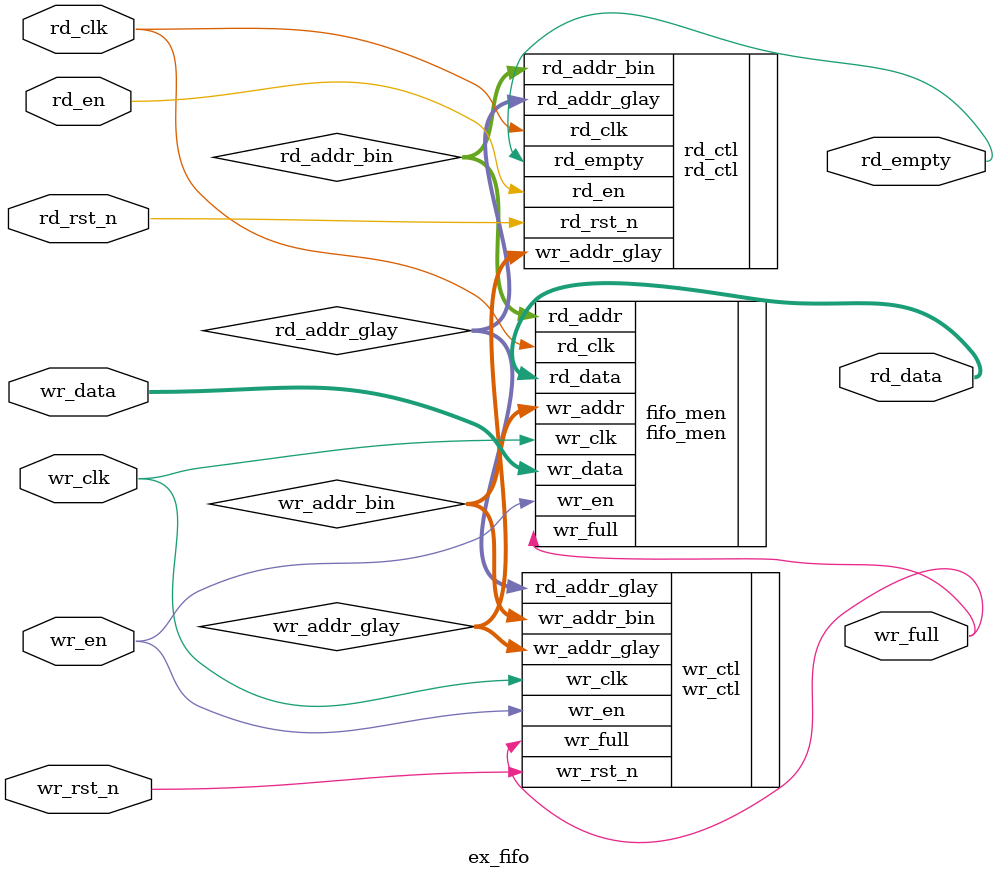
<source format=v>
`timescale 1ns / 1ps


module ex_fifo#(
		parameter              FIFO_DEPTH_Bit = 8,
		parameter              FIFO_WIDTH_Bit = 16,
		parameter 			   FIFO_DEPTH = 8
)(	
		input 				  					   wr_clk,
		input									   wr_rst_n,
		input 				   					   wr_en,
		input [FIFO_WIDTH_Bit-1:0] 				   wr_data,
		output									   wr_full,
		
		input									   rd_clk,
		input									   rd_rst_n,
		input									   rd_en,
		output [FIFO_WIDTH_Bit-1:0]				   rd_data,
		output 									   rd_empty
    );
	wire [FIFO_DEPTH:0]   wr_addr_glay;          
	wire [FIFO_DEPTH-1:0]   rd_addr_bin;          
	wire [FIFO_DEPTH-1:0]   wr_addr_bin;          
	wire [FIFO_DEPTH:0]   rd_addr_glay;          
	rd_ctl#(
		.FIFO_DEPTH(FIFO_DEPTH)
	)rd_ctl(
	    .rd_en(rd_en),        //input 								
	    .rd_clk(rd_clk),       //input 								
	    .rd_rst_n(rd_rst_n),   //input 								
	    .wr_addr_glay(wr_addr_glay),         //input	[FIFO_DEPTH   :0]       	
	    .rd_addr_bin(rd_addr_bin),          //output	[FIFO_DEPTH-1 :0]       	
	    .rd_addr_glay(rd_addr_glay),         //output	[FIFO_DEPTH   :0]       	
	    .rd_empty(rd_empty)              //output	reg					    	
    );
    wr_ctl#(
		.FIFO_DEPTH(FIFO_DEPTH)
	)wr_ctl(
	    .wr_en(wr_en),           //input 									
	    .wr_clk(wr_clk),          //input 									
	    .wr_rst_n(wr_rst_n),        //input 									
	    .rd_addr_glay(rd_addr_glay),    //input	[FIFO_DEPTH   :0]       		
	    .wr_addr_bin(wr_addr_bin),     //output	[FIFO_DEPTH-1 :0]       		
	    .wr_addr_glay(wr_addr_glay),    //output	[FIFO_DEPTH   :0]       		
	    .wr_full(wr_full)          //output	reg					    		
    );
	
	fifo_men#(
	    .FIFO_DEPTH_Bit(FIFO_DEPTH_Bit),
	    .FIFO_WIDTH_Bit(FIFO_WIDTH_Bit)
	)fifo_men(
	    .wr_data(wr_data),	//input [FIFO_WIDTH_Bit-1:0]                 		
	    .wr_clk(wr_clk),	//input                					   		
	    .wr_full(wr_full),	//input                					   		
	    .wr_en(wr_en),		//input                					   	
	    .wr_addr(wr_addr_bin),	//input [FIFO_DEPTH_Bit-1:0]                 	
	    .rd_clk(rd_clk),    //input									   
	    .rd_addr(rd_addr_bin),	//input [FIFO_DEPTH_Bit-1:0]                 		
	    .rd_data(rd_data)    //output [FIFO_WIDTH_Bit-1:0]                
    );
	
endmodule

</source>
